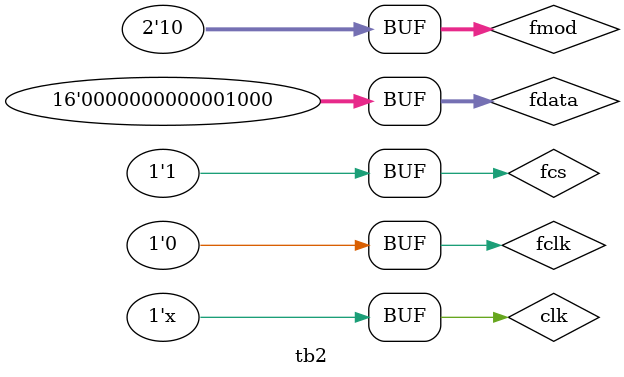
<source format=v>
`timescale 1ns/1ps
module tb2;
reg clk;
initial clk = 'b0;
always #5 clk = ~clk;

reg fcs, fclk;
reg [1:0] fmod;
reg [15:0] fdata;

initial begin
	fcs = 'b1;
	fclk = 'b0;
	fmod = 'b0;
	fdata = 'b0;

	#123 fcs = 'b0;
	#6 fclk = 'b1;
	fmod = 2'b01;
	fdata = 16'd6;
	#146 fclk = 'b0;
	#22 fcs = 'b1;

	#138 fcs = 'b0;
	#6 fclk = 'b1;
	fmod = 2'b11;
	fdata = 16'd7;
	#146 fclk = 'b0;
	#22 fcs = 'b1;

	#148 fcs = 'b0;
	#6 fclk = 'b1;
	fmod = 2'b10;
	fdata = 16'd8;
	#146 fclk = 'b0;
	#22 fcs = 'b1;
end


fcor the_fcor(
	.clk(clk),
	.fdata(fdata),
	.fclk(fclk), .fcs(fcs),
	.fmod(fmod)

);



endmodule 

</source>
